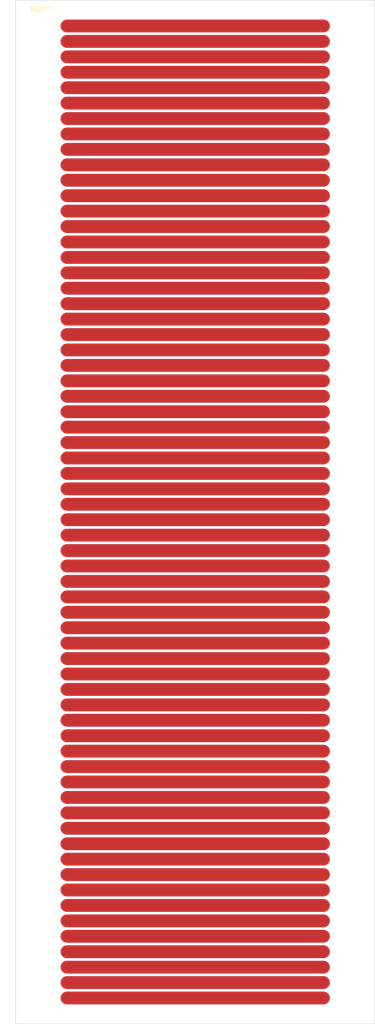
<source format=kicad_pcb>
(kicad_pcb (version 20171130) (host pcbnew "(5.1.8)-1")

  (general
    (thickness 1.6)
    (drawings 132)
    (tracks 64)
    (zones 0)
    (modules 1)
    (nets 1)
  )

  (page A4)
  (layers
    (0 F.Cu signal)
    (31 B.Cu signal)
    (32 B.Adhes user)
    (33 F.Adhes user)
    (34 B.Paste user)
    (35 F.Paste user)
    (36 B.SilkS user)
    (37 F.SilkS user)
    (38 B.Mask user)
    (39 F.Mask user)
    (40 Dwgs.User user)
    (41 Cmts.User user)
    (42 Eco1.User user)
    (43 Eco2.User user)
    (44 Edge.Cuts user)
    (45 Margin user)
    (46 B.CrtYd user)
    (47 F.CrtYd user)
    (48 B.Fab user)
    (49 F.Fab user)
  )

  (setup
    (last_trace_width 0.25)
    (trace_clearance 0.2)
    (zone_clearance 0.508)
    (zone_45_only no)
    (trace_min 0.2)
    (via_size 0.8)
    (via_drill 0.4)
    (via_min_size 0.4)
    (via_min_drill 0.3)
    (uvia_size 0.3)
    (uvia_drill 0.1)
    (uvias_allowed no)
    (uvia_min_size 0.2)
    (uvia_min_drill 0.1)
    (edge_width 0.1)
    (segment_width 0.2)
    (pcb_text_width 0.3)
    (pcb_text_size 1.5 1.5)
    (mod_edge_width 0.15)
    (mod_text_size 1 1)
    (mod_text_width 0.15)
    (pad_size 2.1 2.1)
    (pad_drill 2.1)
    (pad_to_mask_clearance 0)
    (aux_axis_origin 0 0)
    (visible_elements 7FFFFFFF)
    (pcbplotparams
      (layerselection 0x010fc_ffffffff)
      (usegerberextensions false)
      (usegerberattributes false)
      (usegerberadvancedattributes false)
      (creategerberjobfile false)
      (excludeedgelayer true)
      (linewidth 0.100000)
      (plotframeref false)
      (viasonmask false)
      (mode 1)
      (useauxorigin false)
      (hpglpennumber 1)
      (hpglpenspeed 20)
      (hpglpendiameter 15.000000)
      (psnegative false)
      (psa4output false)
      (plotreference true)
      (plotvalue true)
      (plotinvisibletext false)
      (padsonsilk false)
      (subtractmaskfromsilk false)
      (outputformat 1)
      (mirror false)
      (drillshape 0)
      (scaleselection 1)
      (outputdirectory ""))
  )

  (net 0 "")

  (net_class Default "This is the default net class."
    (clearance 0.2)
    (trace_width 0.25)
    (via_dia 0.8)
    (via_drill 0.4)
    (uvia_dia 0.3)
    (uvia_drill 0.1)
  )

  (module MountingHole:MountingHole_2.1mm (layer F.Cu) (tedit 5B924765) (tstamp 600F8888)
    (at 15 20)
    (descr "Mounting Hole 2.1mm, no annular")
    (tags "mounting hole 2.1mm no annular")
    (attr virtual)
    (fp_text reference REF** (at 0 -3.2) (layer F.SilkS)
      (effects (font (size 1 1) (thickness 0.15)))
    )
    (fp_text value MountingHole_2.1mm (at 0 3.2) (layer F.Fab)
      (effects (font (size 1 1) (thickness 0.15)))
    )
    (fp_circle (center 0 0) (end 2.1 0) (layer Cmts.User) (width 0.15))
    (fp_circle (center 0 0) (end 2.35 0) (layer F.CrtYd) (width 0.05))
    (fp_text user %R (at 0.3 0) (layer F.Fab)
      (effects (font (size 1 1) (thickness 0.15)))
    )
    (pad "" np_thru_hole circle (at 0 0) (size 2.1 2.1) (drill 2.1) (layers *.Cu *.Mask))
  )

  (gr_poly (pts (xy 70.03424 210.20646) (xy 64.9263 210.20646) (xy 64.92376 207.79092) (xy 70.03424 207.77822)) (layer F.Mask) (width 0.1) (tstamp 601851E7))
  (gr_poly (pts (xy 70.03424 207.20646) (xy 64.9263 207.20646) (xy 64.92376 204.79092) (xy 70.03424 204.77822)) (layer F.Mask) (width 0.1) (tstamp 601851E5))
  (gr_poly (pts (xy 70.03424 204.20646) (xy 64.9263 204.20646) (xy 64.92376 201.79092) (xy 70.03424 201.77822)) (layer F.Mask) (width 0.1) (tstamp 601851E3))
  (gr_poly (pts (xy 70.03424 201.20646) (xy 64.9263 201.20646) (xy 64.92376 198.79092) (xy 70.03424 198.77822)) (layer F.Mask) (width 0.1) (tstamp 601851E1))
  (gr_poly (pts (xy 70.03424 198.20646) (xy 64.9263 198.20646) (xy 64.92376 195.79092) (xy 70.03424 195.77822)) (layer F.Mask) (width 0.1) (tstamp 601851DF))
  (gr_poly (pts (xy 70.03424 195.20646) (xy 64.9263 195.20646) (xy 64.92376 192.79092) (xy 70.03424 192.77822)) (layer F.Mask) (width 0.1) (tstamp 601851DD))
  (gr_poly (pts (xy 70.03424 192.20646) (xy 64.9263 192.20646) (xy 64.92376 189.79092) (xy 70.03424 189.77822)) (layer F.Mask) (width 0.1) (tstamp 601851DB))
  (gr_poly (pts (xy 70.03424 189.20646) (xy 64.9263 189.20646) (xy 64.92376 186.79092) (xy 70.03424 186.77822)) (layer F.Mask) (width 0.1) (tstamp 601851D9))
  (gr_poly (pts (xy 70.03424 186.20646) (xy 64.9263 186.20646) (xy 64.92376 183.79092) (xy 70.03424 183.77822)) (layer F.Mask) (width 0.1) (tstamp 601851D7))
  (gr_poly (pts (xy 70.03424 183.20646) (xy 64.9263 183.20646) (xy 64.92376 180.79092) (xy 70.03424 180.77822)) (layer F.Mask) (width 0.1) (tstamp 601851D5))
  (gr_poly (pts (xy 70.03424 180.20646) (xy 64.9263 180.20646) (xy 64.92376 177.79092) (xy 70.03424 177.77822)) (layer F.Mask) (width 0.1) (tstamp 601851D3))
  (gr_poly (pts (xy 70.03424 177.20646) (xy 64.9263 177.20646) (xy 64.92376 174.79092) (xy 70.03424 174.77822)) (layer F.Mask) (width 0.1) (tstamp 601851D1))
  (gr_poly (pts (xy 70.03424 174.20646) (xy 64.9263 174.20646) (xy 64.92376 171.79092) (xy 70.03424 171.77822)) (layer F.Mask) (width 0.1) (tstamp 601851CF))
  (gr_poly (pts (xy 70.03424 171.20646) (xy 64.9263 171.20646) (xy 64.92376 168.79092) (xy 70.03424 168.77822)) (layer F.Mask) (width 0.1) (tstamp 601851CD))
  (gr_poly (pts (xy 70.03424 168.20646) (xy 64.9263 168.20646) (xy 64.92376 165.79092) (xy 70.03424 165.77822)) (layer F.Mask) (width 0.1) (tstamp 601851CB))
  (gr_poly (pts (xy 70.03424 165.20646) (xy 64.9263 165.20646) (xy 64.92376 162.79092) (xy 70.03424 162.77822)) (layer F.Mask) (width 0.1) (tstamp 601851C9))
  (gr_poly (pts (xy 70.03424 162.20646) (xy 64.9263 162.20646) (xy 64.92376 159.79092) (xy 70.03424 159.77822)) (layer F.Mask) (width 0.1) (tstamp 601851C7))
  (gr_poly (pts (xy 70.03424 159.20646) (xy 64.9263 159.20646) (xy 64.92376 156.79092) (xy 70.03424 156.77822)) (layer F.Mask) (width 0.1) (tstamp 601851C5))
  (gr_poly (pts (xy 70.03424 156.20646) (xy 64.9263 156.20646) (xy 64.92376 153.79092) (xy 70.03424 153.77822)) (layer F.Mask) (width 0.1) (tstamp 601851C3))
  (gr_poly (pts (xy 70.03424 153.20646) (xy 64.9263 153.20646) (xy 64.92376 150.79092) (xy 70.03424 150.77822)) (layer F.Mask) (width 0.1) (tstamp 601851C1))
  (gr_poly (pts (xy 70.03424 150.20646) (xy 64.9263 150.20646) (xy 64.92376 147.79092) (xy 70.03424 147.77822)) (layer F.Mask) (width 0.1) (tstamp 601851BF))
  (gr_poly (pts (xy 70.03424 147.20646) (xy 64.9263 147.20646) (xy 64.92376 144.79092) (xy 70.03424 144.77822)) (layer F.Mask) (width 0.1) (tstamp 601851BD))
  (gr_poly (pts (xy 70.03424 144.20646) (xy 64.9263 144.20646) (xy 64.92376 141.79092) (xy 70.03424 141.77822)) (layer F.Mask) (width 0.1) (tstamp 601851BB))
  (gr_poly (pts (xy 70.03424 141.20646) (xy 64.9263 141.20646) (xy 64.92376 138.79092) (xy 70.03424 138.77822)) (layer F.Mask) (width 0.1) (tstamp 601851B9))
  (gr_poly (pts (xy 70.03424 138.20646) (xy 64.9263 138.20646) (xy 64.92376 135.79092) (xy 70.03424 135.77822)) (layer F.Mask) (width 0.1) (tstamp 601851B7))
  (gr_poly (pts (xy 70.03424 135.20646) (xy 64.9263 135.20646) (xy 64.92376 132.79092) (xy 70.03424 132.77822)) (layer F.Mask) (width 0.1) (tstamp 601851B5))
  (gr_poly (pts (xy 70.03424 132.20646) (xy 64.9263 132.20646) (xy 64.92376 129.79092) (xy 70.03424 129.77822)) (layer F.Mask) (width 0.1) (tstamp 601851B3))
  (gr_poly (pts (xy 70.03424 129.20646) (xy 64.9263 129.20646) (xy 64.92376 126.79092) (xy 70.03424 126.77822)) (layer F.Mask) (width 0.1) (tstamp 601851B1))
  (gr_poly (pts (xy 70.03424 126.20646) (xy 64.9263 126.20646) (xy 64.92376 123.79092) (xy 70.03424 123.77822)) (layer F.Mask) (width 0.1) (tstamp 601851AF))
  (gr_poly (pts (xy 70.03424 123.20646) (xy 64.9263 123.20646) (xy 64.92376 120.79092) (xy 70.03424 120.77822)) (layer F.Mask) (width 0.1) (tstamp 601851AD))
  (gr_poly (pts (xy 70.03424 120.20646) (xy 64.9263 120.20646) (xy 64.92376 117.79092) (xy 70.03424 117.77822)) (layer F.Mask) (width 0.1) (tstamp 601851AB))
  (gr_poly (pts (xy 70.03424 117.20646) (xy 64.9263 117.20646) (xy 64.92376 114.79092) (xy 70.03424 114.77822)) (layer F.Mask) (width 0.1) (tstamp 601851A9))
  (gr_poly (pts (xy 70.03424 114.20646) (xy 64.9263 114.20646) (xy 64.92376 111.79092) (xy 70.03424 111.77822)) (layer F.Mask) (width 0.1) (tstamp 601851A7))
  (gr_poly (pts (xy 70.03424 111.20646) (xy 64.9263 111.20646) (xy 64.92376 108.79092) (xy 70.03424 108.77822)) (layer F.Mask) (width 0.1) (tstamp 601851A5))
  (gr_poly (pts (xy 70.03424 108.20646) (xy 64.9263 108.20646) (xy 64.92376 105.79092) (xy 70.03424 105.77822)) (layer F.Mask) (width 0.1) (tstamp 601851A3))
  (gr_poly (pts (xy 70.03424 105.20646) (xy 64.9263 105.20646) (xy 64.92376 102.79092) (xy 70.03424 102.77822)) (layer F.Mask) (width 0.1) (tstamp 601851A1))
  (gr_poly (pts (xy 70.03424 102.20646) (xy 64.9263 102.20646) (xy 64.92376 99.79092) (xy 70.03424 99.77822)) (layer F.Mask) (width 0.1) (tstamp 6018519F))
  (gr_poly (pts (xy 70.03424 99.20646) (xy 64.9263 99.20646) (xy 64.92376 96.79092) (xy 70.03424 96.77822)) (layer F.Mask) (width 0.1) (tstamp 6018519D))
  (gr_poly (pts (xy 70.03424 96.20646) (xy 64.9263 96.20646) (xy 64.92376 93.79092) (xy 70.03424 93.77822)) (layer F.Mask) (width 0.1) (tstamp 6018519B))
  (gr_poly (pts (xy 70.03424 93.20646) (xy 64.9263 93.20646) (xy 64.92376 90.79092) (xy 70.03424 90.77822)) (layer F.Mask) (width 0.1) (tstamp 60185199))
  (gr_poly (pts (xy 70.03424 90.20646) (xy 64.9263 90.20646) (xy 64.92376 87.79092) (xy 70.03424 87.77822)) (layer F.Mask) (width 0.1) (tstamp 60185197))
  (gr_poly (pts (xy 70.03424 87.20646) (xy 64.9263 87.20646) (xy 64.92376 84.79092) (xy 70.03424 84.77822)) (layer F.Mask) (width 0.1) (tstamp 60185195))
  (gr_poly (pts (xy 70.03424 84.20646) (xy 64.9263 84.20646) (xy 64.92376 81.79092) (xy 70.03424 81.77822)) (layer F.Mask) (width 0.1) (tstamp 60185193))
  (gr_poly (pts (xy 70.03424 81.20646) (xy 64.9263 81.20646) (xy 64.92376 78.79092) (xy 70.03424 78.77822)) (layer F.Mask) (width 0.1) (tstamp 60185191))
  (gr_poly (pts (xy 70.03424 78.20646) (xy 64.9263 78.20646) (xy 64.92376 75.79092) (xy 70.03424 75.77822)) (layer F.Mask) (width 0.1) (tstamp 6018518F))
  (gr_poly (pts (xy 70.03424 75.20646) (xy 64.9263 75.20646) (xy 64.92376 72.79092) (xy 70.03424 72.77822)) (layer F.Mask) (width 0.1) (tstamp 6018518D))
  (gr_poly (pts (xy 70.03424 72.20646) (xy 64.9263 72.20646) (xy 64.92376 69.79092) (xy 70.03424 69.77822)) (layer F.Mask) (width 0.1) (tstamp 6018518B))
  (gr_poly (pts (xy 70.03424 69.20646) (xy 64.9263 69.20646) (xy 64.92376 66.79092) (xy 70.03424 66.77822)) (layer F.Mask) (width 0.1) (tstamp 60185189))
  (gr_poly (pts (xy 70.03424 66.20646) (xy 64.9263 66.20646) (xy 64.92376 63.79092) (xy 70.03424 63.77822)) (layer F.Mask) (width 0.1) (tstamp 60185187))
  (gr_poly (pts (xy 70.03424 63.20646) (xy 64.9263 63.20646) (xy 64.92376 60.79092) (xy 70.03424 60.77822)) (layer F.Mask) (width 0.1) (tstamp 60185185))
  (gr_poly (pts (xy 70.03424 60.20646) (xy 64.9263 60.20646) (xy 64.92376 57.79092) (xy 70.03424 57.77822)) (layer F.Mask) (width 0.1) (tstamp 60185183))
  (gr_poly (pts (xy 70.03424 57.20646) (xy 64.9263 57.20646) (xy 64.92376 54.79092) (xy 70.03424 54.77822)) (layer F.Mask) (width 0.1) (tstamp 60185181))
  (gr_poly (pts (xy 70.03424 54.20646) (xy 64.9263 54.20646) (xy 64.92376 51.79092) (xy 70.03424 51.77822)) (layer F.Mask) (width 0.1) (tstamp 6018517F))
  (gr_poly (pts (xy 70.03424 51.20646) (xy 64.9263 51.20646) (xy 64.92376 48.79092) (xy 70.03424 48.77822)) (layer F.Mask) (width 0.1) (tstamp 6018517D))
  (gr_poly (pts (xy 70.03424 48.20646) (xy 64.9263 48.20646) (xy 64.92376 45.79092) (xy 70.03424 45.77822)) (layer F.Mask) (width 0.1) (tstamp 6018517B))
  (gr_poly (pts (xy 70.03424 45.20646) (xy 64.9263 45.20646) (xy 64.92376 42.79092) (xy 70.03424 42.77822)) (layer F.Mask) (width 0.1) (tstamp 60185179))
  (gr_poly (pts (xy 70.03424 42.20646) (xy 64.9263 42.20646) (xy 64.92376 39.79092) (xy 70.03424 39.77822)) (layer F.Mask) (width 0.1) (tstamp 60185177))
  (gr_poly (pts (xy 70.03424 39.20646) (xy 64.9263 39.20646) (xy 64.92376 36.79092) (xy 70.03424 36.77822)) (layer F.Mask) (width 0.1) (tstamp 60185175))
  (gr_poly (pts (xy 70.03424 36.20646) (xy 64.9263 36.20646) (xy 64.92376 33.79092) (xy 70.03424 33.77822)) (layer F.Mask) (width 0.1) (tstamp 60185173))
  (gr_poly (pts (xy 70.03424 33.20646) (xy 64.9263 33.20646) (xy 64.92376 30.79092) (xy 70.03424 30.77822)) (layer F.Mask) (width 0.1) (tstamp 60185171))
  (gr_poly (pts (xy 70.03424 30.20646) (xy 64.9263 30.20646) (xy 64.92376 27.79092) (xy 70.03424 27.77822)) (layer F.Mask) (width 0.1) (tstamp 6018516F))
  (gr_poly (pts (xy 70.03424 27.20646) (xy 64.9263 27.20646) (xy 64.92376 24.79092) (xy 70.03424 24.77822)) (layer F.Mask) (width 0.1) (tstamp 6018516D))
  (gr_poly (pts (xy 70.03424 24.20646) (xy 64.9263 24.20646) (xy 64.92376 21.79092) (xy 70.03424 21.77822)) (layer F.Mask) (width 0.1) (tstamp 6018516B))
  (gr_poly (pts (xy 70.03424 21.20646) (xy 64.9263 21.20646) (xy 64.92376 18.79092) (xy 70.03424 18.77822)) (layer F.Mask) (width 0.1) (tstamp 60185058))
  (gr_poly (pts (xy 25.03424 210.20646) (xy 19.9263 210.20646) (xy 19.92376 207.79092) (xy 25.03424 207.77822)) (layer F.Mask) (width 0.1) (tstamp 60185053))
  (gr_poly (pts (xy 25.03424 207.20646) (xy 19.9263 207.20646) (xy 19.92376 204.79092) (xy 25.03424 204.77822)) (layer F.Mask) (width 0.1) (tstamp 60185051))
  (gr_poly (pts (xy 25.03424 204.20646) (xy 19.9263 204.20646) (xy 19.92376 201.79092) (xy 25.03424 201.77822)) (layer F.Mask) (width 0.1) (tstamp 6018504F))
  (gr_poly (pts (xy 25.03424 201.20646) (xy 19.9263 201.20646) (xy 19.92376 198.79092) (xy 25.03424 198.77822)) (layer F.Mask) (width 0.1) (tstamp 6018504D))
  (gr_poly (pts (xy 25.03424 198.20646) (xy 19.9263 198.20646) (xy 19.92376 195.79092) (xy 25.03424 195.77822)) (layer F.Mask) (width 0.1) (tstamp 6018504B))
  (gr_poly (pts (xy 25.03424 195.20646) (xy 19.9263 195.20646) (xy 19.92376 192.79092) (xy 25.03424 192.77822)) (layer F.Mask) (width 0.1) (tstamp 60185049))
  (gr_poly (pts (xy 25.03424 192.20646) (xy 19.9263 192.20646) (xy 19.92376 189.79092) (xy 25.03424 189.77822)) (layer F.Mask) (width 0.1) (tstamp 60185047))
  (gr_poly (pts (xy 25.03424 189.20646) (xy 19.9263 189.20646) (xy 19.92376 186.79092) (xy 25.03424 186.77822)) (layer F.Mask) (width 0.1) (tstamp 60185045))
  (gr_poly (pts (xy 25.03424 186.20646) (xy 19.9263 186.20646) (xy 19.92376 183.79092) (xy 25.03424 183.77822)) (layer F.Mask) (width 0.1) (tstamp 60185043))
  (gr_poly (pts (xy 25.03424 183.20646) (xy 19.9263 183.20646) (xy 19.92376 180.79092) (xy 25.03424 180.77822)) (layer F.Mask) (width 0.1) (tstamp 60185041))
  (gr_poly (pts (xy 25.03424 180.20646) (xy 19.9263 180.20646) (xy 19.92376 177.79092) (xy 25.03424 177.77822)) (layer F.Mask) (width 0.1) (tstamp 6018503F))
  (gr_poly (pts (xy 25.03424 177.20646) (xy 19.9263 177.20646) (xy 19.92376 174.79092) (xy 25.03424 174.77822)) (layer F.Mask) (width 0.1) (tstamp 6018503D))
  (gr_poly (pts (xy 25.03424 174.20646) (xy 19.9263 174.20646) (xy 19.92376 171.79092) (xy 25.03424 171.77822)) (layer F.Mask) (width 0.1) (tstamp 6018503B))
  (gr_poly (pts (xy 25.03424 171.20646) (xy 19.9263 171.20646) (xy 19.92376 168.79092) (xy 25.03424 168.77822)) (layer F.Mask) (width 0.1) (tstamp 60185039))
  (gr_poly (pts (xy 25.03424 168.20646) (xy 19.9263 168.20646) (xy 19.92376 165.79092) (xy 25.03424 165.77822)) (layer F.Mask) (width 0.1) (tstamp 60185037))
  (gr_poly (pts (xy 25.03424 165.20646) (xy 19.9263 165.20646) (xy 19.92376 162.79092) (xy 25.03424 162.77822)) (layer F.Mask) (width 0.1) (tstamp 60185035))
  (gr_poly (pts (xy 25.03424 162.20646) (xy 19.9263 162.20646) (xy 19.92376 159.79092) (xy 25.03424 159.77822)) (layer F.Mask) (width 0.1) (tstamp 60185033))
  (gr_poly (pts (xy 25.03424 159.20646) (xy 19.9263 159.20646) (xy 19.92376 156.79092) (xy 25.03424 156.77822)) (layer F.Mask) (width 0.1) (tstamp 60185031))
  (gr_poly (pts (xy 25.03424 156.20646) (xy 19.9263 156.20646) (xy 19.92376 153.79092) (xy 25.03424 153.77822)) (layer F.Mask) (width 0.1) (tstamp 6018502F))
  (gr_poly (pts (xy 25.03424 153.20646) (xy 19.9263 153.20646) (xy 19.92376 150.79092) (xy 25.03424 150.77822)) (layer F.Mask) (width 0.1) (tstamp 6018502D))
  (gr_poly (pts (xy 25.03424 150.20646) (xy 19.9263 150.20646) (xy 19.92376 147.79092) (xy 25.03424 147.77822)) (layer F.Mask) (width 0.1) (tstamp 6018502B))
  (gr_poly (pts (xy 25.03424 147.20646) (xy 19.9263 147.20646) (xy 19.92376 144.79092) (xy 25.03424 144.77822)) (layer F.Mask) (width 0.1) (tstamp 60185029))
  (gr_poly (pts (xy 25.03424 144.20646) (xy 19.9263 144.20646) (xy 19.92376 141.79092) (xy 25.03424 141.77822)) (layer F.Mask) (width 0.1) (tstamp 60185027))
  (gr_poly (pts (xy 25.03424 141.20646) (xy 19.9263 141.20646) (xy 19.92376 138.79092) (xy 25.03424 138.77822)) (layer F.Mask) (width 0.1) (tstamp 60185025))
  (gr_poly (pts (xy 25.03424 138.20646) (xy 19.9263 138.20646) (xy 19.92376 135.79092) (xy 25.03424 135.77822)) (layer F.Mask) (width 0.1) (tstamp 60185023))
  (gr_poly (pts (xy 25.03424 135.20646) (xy 19.9263 135.20646) (xy 19.92376 132.79092) (xy 25.03424 132.77822)) (layer F.Mask) (width 0.1) (tstamp 60185021))
  (gr_poly (pts (xy 25.03424 132.20646) (xy 19.9263 132.20646) (xy 19.92376 129.79092) (xy 25.03424 129.77822)) (layer F.Mask) (width 0.1) (tstamp 6018501F))
  (gr_poly (pts (xy 25.03424 129.20646) (xy 19.9263 129.20646) (xy 19.92376 126.79092) (xy 25.03424 126.77822)) (layer F.Mask) (width 0.1) (tstamp 6018501D))
  (gr_poly (pts (xy 25.03424 126.20646) (xy 19.9263 126.20646) (xy 19.92376 123.79092) (xy 25.03424 123.77822)) (layer F.Mask) (width 0.1) (tstamp 6018501B))
  (gr_poly (pts (xy 25.03424 123.20646) (xy 19.9263 123.20646) (xy 19.92376 120.79092) (xy 25.03424 120.77822)) (layer F.Mask) (width 0.1) (tstamp 60185019))
  (gr_poly (pts (xy 25.03424 120.20646) (xy 19.9263 120.20646) (xy 19.92376 117.79092) (xy 25.03424 117.77822)) (layer F.Mask) (width 0.1) (tstamp 60185017))
  (gr_poly (pts (xy 25.03424 117.20646) (xy 19.9263 117.20646) (xy 19.92376 114.79092) (xy 25.03424 114.77822)) (layer F.Mask) (width 0.1) (tstamp 60185015))
  (gr_poly (pts (xy 25.03424 114.20646) (xy 19.9263 114.20646) (xy 19.92376 111.79092) (xy 25.03424 111.77822)) (layer F.Mask) (width 0.1) (tstamp 60185013))
  (gr_poly (pts (xy 25.03424 111.20646) (xy 19.9263 111.20646) (xy 19.92376 108.79092) (xy 25.03424 108.77822)) (layer F.Mask) (width 0.1) (tstamp 60185011))
  (gr_poly (pts (xy 25.03424 108.20646) (xy 19.9263 108.20646) (xy 19.92376 105.79092) (xy 25.03424 105.77822)) (layer F.Mask) (width 0.1) (tstamp 6018500F))
  (gr_poly (pts (xy 25.03424 105.20646) (xy 19.9263 105.20646) (xy 19.92376 102.79092) (xy 25.03424 102.77822)) (layer F.Mask) (width 0.1) (tstamp 6018500D))
  (gr_poly (pts (xy 25.03424 102.20646) (xy 19.9263 102.20646) (xy 19.92376 99.79092) (xy 25.03424 99.77822)) (layer F.Mask) (width 0.1) (tstamp 6018500B))
  (gr_poly (pts (xy 25.03424 99.20646) (xy 19.9263 99.20646) (xy 19.92376 96.79092) (xy 25.03424 96.77822)) (layer F.Mask) (width 0.1) (tstamp 60185009))
  (gr_poly (pts (xy 25.03424 96.20646) (xy 19.9263 96.20646) (xy 19.92376 93.79092) (xy 25.03424 93.77822)) (layer F.Mask) (width 0.1) (tstamp 60185007))
  (gr_poly (pts (xy 25.03424 93.20646) (xy 19.9263 93.20646) (xy 19.92376 90.79092) (xy 25.03424 90.77822)) (layer F.Mask) (width 0.1) (tstamp 60185005))
  (gr_poly (pts (xy 25.03424 90.20646) (xy 19.9263 90.20646) (xy 19.92376 87.79092) (xy 25.03424 87.77822)) (layer F.Mask) (width 0.1) (tstamp 60185003))
  (gr_poly (pts (xy 25.03424 87.20646) (xy 19.9263 87.20646) (xy 19.92376 84.79092) (xy 25.03424 84.77822)) (layer F.Mask) (width 0.1) (tstamp 60185001))
  (gr_poly (pts (xy 25.03424 84.20646) (xy 19.9263 84.20646) (xy 19.92376 81.79092) (xy 25.03424 81.77822)) (layer F.Mask) (width 0.1) (tstamp 60184FFF))
  (gr_poly (pts (xy 25.03424 81.20646) (xy 19.9263 81.20646) (xy 19.92376 78.79092) (xy 25.03424 78.77822)) (layer F.Mask) (width 0.1) (tstamp 60184FFD))
  (gr_poly (pts (xy 25.03424 78.20646) (xy 19.9263 78.20646) (xy 19.92376 75.79092) (xy 25.03424 75.77822)) (layer F.Mask) (width 0.1) (tstamp 60184FFB))
  (gr_poly (pts (xy 25.03424 75.20646) (xy 19.9263 75.20646) (xy 19.92376 72.79092) (xy 25.03424 72.77822)) (layer F.Mask) (width 0.1) (tstamp 60184FF9))
  (gr_poly (pts (xy 25.03424 72.20646) (xy 19.9263 72.20646) (xy 19.92376 69.79092) (xy 25.03424 69.77822)) (layer F.Mask) (width 0.1) (tstamp 60184FF7))
  (gr_poly (pts (xy 25.03424 69.20646) (xy 19.9263 69.20646) (xy 19.92376 66.79092) (xy 25.03424 66.77822)) (layer F.Mask) (width 0.1) (tstamp 60184FF5))
  (gr_poly (pts (xy 25.03424 66.20646) (xy 19.9263 66.20646) (xy 19.92376 63.79092) (xy 25.03424 63.77822)) (layer F.Mask) (width 0.1) (tstamp 60184FF3))
  (gr_poly (pts (xy 25.03424 63.20646) (xy 19.9263 63.20646) (xy 19.92376 60.79092) (xy 25.03424 60.77822)) (layer F.Mask) (width 0.1) (tstamp 60184FF1))
  (gr_poly (pts (xy 25.03424 60.20646) (xy 19.9263 60.20646) (xy 19.92376 57.79092) (xy 25.03424 57.77822)) (layer F.Mask) (width 0.1) (tstamp 60184FEF))
  (gr_poly (pts (xy 25.03424 57.20646) (xy 19.9263 57.20646) (xy 19.92376 54.79092) (xy 25.03424 54.77822)) (layer F.Mask) (width 0.1) (tstamp 60184FED))
  (gr_poly (pts (xy 25.03424 54.20646) (xy 19.9263 54.20646) (xy 19.92376 51.79092) (xy 25.03424 51.77822)) (layer F.Mask) (width 0.1) (tstamp 60184FEB))
  (gr_poly (pts (xy 25.03424 51.20646) (xy 19.9263 51.20646) (xy 19.92376 48.79092) (xy 25.03424 48.77822)) (layer F.Mask) (width 0.1) (tstamp 60184FE9))
  (gr_poly (pts (xy 25.03424 48.20646) (xy 19.9263 48.20646) (xy 19.92376 45.79092) (xy 25.03424 45.77822)) (layer F.Mask) (width 0.1) (tstamp 60184FE7))
  (gr_poly (pts (xy 25.03424 45.20646) (xy 19.9263 45.20646) (xy 19.92376 42.79092) (xy 25.03424 42.77822)) (layer F.Mask) (width 0.1) (tstamp 60184FE5))
  (gr_poly (pts (xy 25.03424 42.20646) (xy 19.9263 42.20646) (xy 19.92376 39.79092) (xy 25.03424 39.77822)) (layer F.Mask) (width 0.1) (tstamp 60184FE3))
  (gr_poly (pts (xy 25.03424 39.20646) (xy 19.9263 39.20646) (xy 19.92376 36.79092) (xy 25.03424 36.77822)) (layer F.Mask) (width 0.1) (tstamp 60184FE1))
  (gr_poly (pts (xy 25.03424 36.20646) (xy 19.9263 36.20646) (xy 19.92376 33.79092) (xy 25.03424 33.77822)) (layer F.Mask) (width 0.1) (tstamp 60184FDF))
  (gr_poly (pts (xy 25.03424 33.20646) (xy 19.9263 33.20646) (xy 19.92376 30.79092) (xy 25.03424 30.77822)) (layer F.Mask) (width 0.1) (tstamp 60184FDD))
  (gr_poly (pts (xy 25.03424 30.20646) (xy 19.9263 30.20646) (xy 19.92376 27.79092) (xy 25.03424 27.77822)) (layer F.Mask) (width 0.1) (tstamp 60184FDB))
  (gr_poly (pts (xy 25.03424 27.20646) (xy 19.9263 27.20646) (xy 19.92376 24.79092) (xy 25.03424 24.77822)) (layer F.Mask) (width 0.1) (tstamp 60184FD9))
  (gr_poly (pts (xy 25.03424 24.20646) (xy 19.9263 24.20646) (xy 19.92376 21.79092) (xy 25.03424 21.77822)) (layer F.Mask) (width 0.1) (tstamp 60184FD7))
  (gr_poly (pts (xy 25.03424 21.20646) (xy 19.9263 21.20646) (xy 19.92376 18.79092) (xy 25.03424 18.77822)) (layer F.Mask) (width 0.1))
  (gr_line (start 80 15) (end 80 214) (layer Edge.Cuts) (width 0.1))
  (gr_line (start 10 214) (end 80 214) (layer Edge.Cuts) (width 0.1))
  (gr_line (start 10 15) (end 10 214) (layer Edge.Cuts) (width 0.1))
  (gr_line (start 10 15) (end 80 15) (layer Edge.Cuts) (width 0.1))

  (segment (start 20 20) (end 70 20) (width 2.5) (layer F.Cu) (net 0))
  (segment (start 20 23) (end 70 23) (width 2.5) (layer F.Cu) (net 0) (tstamp 601840DC))
  (segment (start 20 26) (end 70 26) (width 2.5) (layer F.Cu) (net 0) (tstamp 601840DE))
  (segment (start 20 29) (end 70 29) (width 2.5) (layer F.Cu) (net 0) (tstamp 601840E0))
  (segment (start 20 32) (end 70 32) (width 2.5) (layer F.Cu) (net 0) (tstamp 601840E2))
  (segment (start 20 35) (end 70 35) (width 2.5) (layer F.Cu) (net 0) (tstamp 601840E4))
  (segment (start 20 38) (end 70 38) (width 2.5) (layer F.Cu) (net 0) (tstamp 601840E6))
  (segment (start 20 41) (end 70 41) (width 2.5) (layer F.Cu) (net 0) (tstamp 601840E8))
  (segment (start 20 44) (end 70 44) (width 2.5) (layer F.Cu) (net 0) (tstamp 601840EA))
  (segment (start 20 47) (end 70 47) (width 2.5) (layer F.Cu) (net 0) (tstamp 601840EC))
  (segment (start 20 50) (end 70 50) (width 2.5) (layer F.Cu) (net 0) (tstamp 601840EE))
  (segment (start 20 53) (end 70 53) (width 2.5) (layer F.Cu) (net 0) (tstamp 601840F0))
  (segment (start 20 56) (end 70 56) (width 2.5) (layer F.Cu) (net 0) (tstamp 601840F2))
  (segment (start 20 59) (end 70 59) (width 2.5) (layer F.Cu) (net 0) (tstamp 601840F4))
  (segment (start 20 62) (end 70 62) (width 2.5) (layer F.Cu) (net 0) (tstamp 601840F6))
  (segment (start 20 65) (end 70 65) (width 2.5) (layer F.Cu) (net 0) (tstamp 601840F8))
  (segment (start 20 68) (end 70 68) (width 2.5) (layer F.Cu) (net 0) (tstamp 601840FA))
  (segment (start 20 71) (end 70 71) (width 2.5) (layer F.Cu) (net 0) (tstamp 601840FC))
  (segment (start 20 74) (end 70 74) (width 2.5) (layer F.Cu) (net 0) (tstamp 601840FE))
  (segment (start 20 77) (end 70 77) (width 2.5) (layer F.Cu) (net 0) (tstamp 60184100))
  (segment (start 20 80) (end 70 80) (width 2.5) (layer F.Cu) (net 0) (tstamp 60184102))
  (segment (start 20 83) (end 70 83) (width 2.5) (layer F.Cu) (net 0) (tstamp 60184104))
  (segment (start 20 86) (end 70 86) (width 2.5) (layer F.Cu) (net 0) (tstamp 60184106))
  (segment (start 20 89) (end 70 89) (width 2.5) (layer F.Cu) (net 0) (tstamp 60184108))
  (segment (start 20 92) (end 70 92) (width 2.5) (layer F.Cu) (net 0) (tstamp 6018410A))
  (segment (start 20 95) (end 70 95) (width 2.5) (layer F.Cu) (net 0) (tstamp 6018410C))
  (segment (start 20 98) (end 70 98) (width 2.5) (layer F.Cu) (net 0) (tstamp 6018410E))
  (segment (start 20 101) (end 70 101) (width 2.5) (layer F.Cu) (net 0) (tstamp 60184110))
  (segment (start 20 104) (end 70 104) (width 2.5) (layer F.Cu) (net 0) (tstamp 60184112))
  (segment (start 20 107) (end 70 107) (width 2.5) (layer F.Cu) (net 0) (tstamp 60184114))
  (segment (start 20 110) (end 70 110) (width 2.5) (layer F.Cu) (net 0) (tstamp 60184116))
  (segment (start 20 113) (end 70 113) (width 2.5) (layer F.Cu) (net 0) (tstamp 60184118))
  (segment (start 20 116) (end 70 116) (width 2.5) (layer F.Cu) (net 0) (tstamp 6018411A))
  (segment (start 20 119) (end 70 119) (width 2.5) (layer F.Cu) (net 0) (tstamp 6018411C))
  (segment (start 20 122) (end 70 122) (width 2.5) (layer F.Cu) (net 0) (tstamp 6018411E))
  (segment (start 20 125) (end 70 125) (width 2.5) (layer F.Cu) (net 0) (tstamp 60184120))
  (segment (start 20 128) (end 70 128) (width 2.5) (layer F.Cu) (net 0) (tstamp 60184122))
  (segment (start 20 131) (end 70 131) (width 2.5) (layer F.Cu) (net 0) (tstamp 60184124))
  (segment (start 20 134) (end 70 134) (width 2.5) (layer F.Cu) (net 0) (tstamp 60184126))
  (segment (start 20 137) (end 70 137) (width 2.5) (layer F.Cu) (net 0) (tstamp 60184128))
  (segment (start 20 140) (end 70 140) (width 2.5) (layer F.Cu) (net 0) (tstamp 6018412A))
  (segment (start 20 143) (end 70 143) (width 2.5) (layer F.Cu) (net 0) (tstamp 6018412C))
  (segment (start 20 146) (end 70 146) (width 2.5) (layer F.Cu) (net 0) (tstamp 6018412E))
  (segment (start 20 149) (end 70 149) (width 2.5) (layer F.Cu) (net 0) (tstamp 60184130))
  (segment (start 20 152) (end 70 152) (width 2.5) (layer F.Cu) (net 0) (tstamp 60184132))
  (segment (start 20 155) (end 70 155) (width 2.5) (layer F.Cu) (net 0) (tstamp 60184134))
  (segment (start 20 158) (end 70 158) (width 2.5) (layer F.Cu) (net 0) (tstamp 60184136))
  (segment (start 20 161) (end 70 161) (width 2.5) (layer F.Cu) (net 0) (tstamp 60184138))
  (segment (start 20 164) (end 70 164) (width 2.5) (layer F.Cu) (net 0) (tstamp 6018413A))
  (segment (start 20 167) (end 70 167) (width 2.5) (layer F.Cu) (net 0) (tstamp 6018413C))
  (segment (start 20 170) (end 70 170) (width 2.5) (layer F.Cu) (net 0) (tstamp 6018413E))
  (segment (start 20 173) (end 70 173) (width 2.5) (layer F.Cu) (net 0) (tstamp 60184140))
  (segment (start 20 176) (end 70 176) (width 2.5) (layer F.Cu) (net 0) (tstamp 60184142))
  (segment (start 20 179) (end 70 179) (width 2.5) (layer F.Cu) (net 0) (tstamp 60184144))
  (segment (start 20 182) (end 70 182) (width 2.5) (layer F.Cu) (net 0) (tstamp 60184146))
  (segment (start 20 185) (end 70 185) (width 2.5) (layer F.Cu) (net 0) (tstamp 60184148))
  (segment (start 20 188) (end 70 188) (width 2.5) (layer F.Cu) (net 0) (tstamp 6018414A))
  (segment (start 20 191) (end 70 191) (width 2.5) (layer F.Cu) (net 0) (tstamp 6018414C))
  (segment (start 20 194) (end 70 194) (width 2.5) (layer F.Cu) (net 0) (tstamp 6018414E))
  (segment (start 20 197) (end 70 197) (width 2.5) (layer F.Cu) (net 0) (tstamp 60184150))
  (segment (start 20 200) (end 70 200) (width 2.5) (layer F.Cu) (net 0) (tstamp 60184152))
  (segment (start 20 203) (end 70 203) (width 2.5) (layer F.Cu) (net 0) (tstamp 60184154))
  (segment (start 20 206) (end 70 206) (width 2.5) (layer F.Cu) (net 0) (tstamp 60184156))
  (segment (start 20 209) (end 70 209) (width 2.5) (layer F.Cu) (net 0) (tstamp 60184158))

)

</source>
